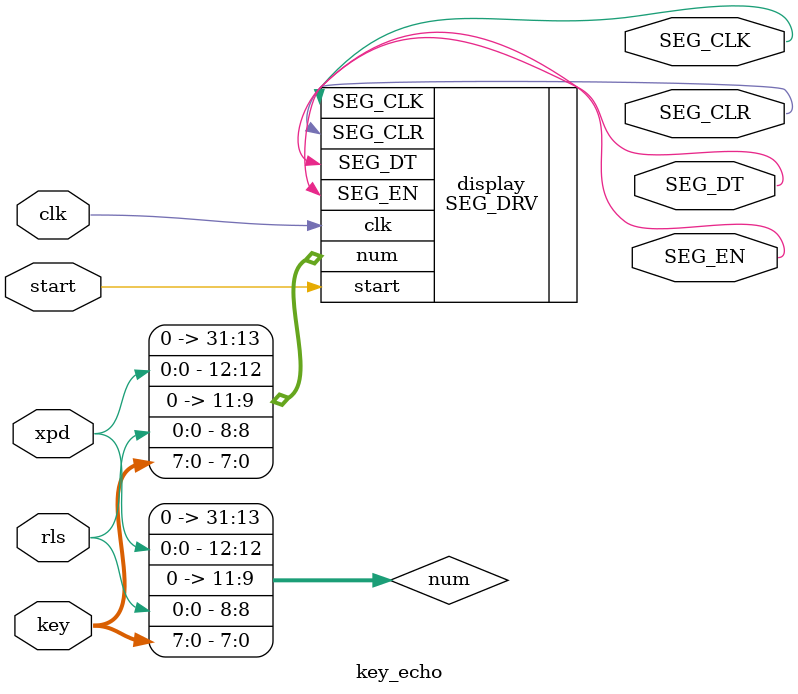
<source format=v>
`timescale 1ns / 1ps
module key_echo(
	input start,//when a new key comes, start=1
	input [7:0]key,
	input rls,//release
	input xpd,//expand
	input clk,
	output SEG_CLK,
	output SEG_CLR,
	output SEG_DT,
	output SEG_EN
);

	wire [31:0] num;
	assign num = {16'd0,3'd0,xpd,3'd0,rls,key};// the higher half of the num is not used
	SEG_DRV display(
	.num(num),
	.start(start),
	.clk(clk),
	.SEG_CLK(SEG_CLK),
	.SEG_CLR(SEG_CLR),
	.SEG_DT(SEG_DT),
	.SEG_EN(SEG_EN)
	);

endmodule

</source>
